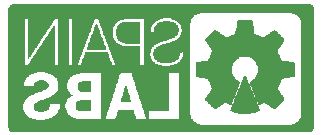
<source format=gbo>
%FSLAX44Y44*%
%MOMM*%
G71*
G01*
G75*
G04 Layer_Color=32896*
%ADD10R,1.3000X2.1000*%
%ADD11O,2.0000X1.0000*%
%ADD12O,4.0000X1.0000*%
%ADD13R,0.6500X0.9000*%
%ADD14R,2.0000X2.0000*%
%ADD15O,1.0000X3.0000*%
%ADD16R,0.9000X0.6500*%
%ADD17R,1.3000X0.9000*%
%ADD18O,1.0000X2.0000*%
%ADD19R,0.9000X1.3000*%
%ADD20R,1.9000X4.0000*%
%ADD21R,1.3000X4.5000*%
%ADD22R,0.6500X1.1000*%
%ADD23R,1.0000X1.0000*%
%ADD24R,0.6000X1.5000*%
%ADD25R,1.4000X0.6000*%
%ADD26P,2.0566X8X112.5*%
%ADD27R,1.3970X2.5400*%
%ADD28R,2.5400X1.1430*%
%ADD29C,0.3000*%
%ADD30C,0.6000*%
%ADD31C,0.4000*%
%ADD32C,0.5000*%
%ADD33C,0.2000*%
%ADD34C,3.0000*%
%ADD35R,1.5000X1.5000*%
%ADD36C,1.5000*%
%ADD37C,3.5000*%
%ADD38C,0.8000*%
%ADD39C,0.7000*%
%ADD40C,1.0000*%
%ADD41C,0.2500*%
%ADD42C,0.1000*%
%ADD43C,0.2540*%
%ADD44C,0.0127*%
%ADD45C,0.1500*%
%ADD46R,1.5032X2.3032*%
%ADD47O,2.2032X1.2032*%
%ADD48O,4.2032X1.2032*%
%ADD49R,0.8532X1.1032*%
%ADD50R,2.2032X2.2032*%
%ADD51O,1.2032X3.2032*%
%ADD52R,1.1032X0.8532*%
%ADD53R,1.5032X1.1032*%
%ADD54O,1.2032X2.2032*%
%ADD55R,1.1032X1.5032*%
%ADD56R,2.1032X4.2032*%
%ADD57R,1.5032X4.7032*%
%ADD58R,0.8532X1.3032*%
%ADD59R,1.2032X1.2032*%
%ADD60R,0.8032X1.7032*%
%ADD61R,1.6032X0.8032*%
%ADD62P,2.2765X8X112.5*%
%ADD63R,1.6002X2.7432*%
%ADD64R,2.7432X1.3462*%
%ADD65C,3.2032*%
%ADD66R,1.7032X1.7032*%
%ADD67C,1.7032*%
%ADD68C,3.7032*%
%ADD69C,0.0508*%
D69*
X508000Y172752D02*
X518160D01*
X368808Y162592D02*
X394716D01*
X262128Y127540D02*
X515620D01*
X261620Y128048D02*
X516128D01*
X261112Y128556D02*
X516636D01*
X260604Y129064D02*
X517144D01*
X260604Y129572D02*
X517144D01*
X260096Y130080D02*
X517652D01*
X260096Y130588D02*
X517652D01*
X259588Y131096D02*
X518160D01*
X259588Y131604D02*
X518160D01*
X259588Y132112D02*
X518160D01*
X259588Y132620D02*
X518160D01*
X259588Y133128D02*
X518160D01*
X259588Y133636D02*
X421132D01*
X499872D02*
X518160D01*
X259588Y134144D02*
X419100D01*
X501904D02*
X518160D01*
X259588Y134652D02*
X418592D01*
X502412D02*
X518160D01*
X259588Y135160D02*
X417576D01*
X503428D02*
X518160D01*
X259588Y135668D02*
X416560D01*
X504444D02*
X518160D01*
X259588Y136176D02*
X416052D01*
X504952D02*
X518160D01*
X259588Y136684D02*
X415544D01*
X505460D02*
X518160D01*
X259588Y137192D02*
X415036D01*
X505968D02*
X518160D01*
X259588Y137700D02*
X282448D01*
X291084D02*
X415036D01*
X505968D02*
X518160D01*
X259588Y138208D02*
X280416D01*
X293116D02*
X318516D01*
X338328D02*
X341376D01*
X350520D02*
X367284D01*
X376936D02*
X377952D01*
X404368D02*
X414528D01*
X506476D02*
X518160D01*
X259588Y138716D02*
X278892D01*
X294640D02*
X315976D01*
X338328D02*
X341376D01*
X350520D02*
X367284D01*
X376428D02*
X377952D01*
X404368D02*
X414020D01*
X506984D02*
X518160D01*
X259588Y139224D02*
X277368D01*
X295656D02*
X314452D01*
X338328D02*
X341376D01*
X351028D02*
X366776D01*
X376428D02*
X377952D01*
X404368D02*
X414020D01*
X506984D02*
X518160D01*
X259588Y139732D02*
X276860D01*
X296672D02*
X313436D01*
X338328D02*
X341884D01*
X351028D02*
X366776D01*
X376428D02*
X377952D01*
X404368D02*
X413512D01*
X507492D02*
X518160D01*
X259588Y140240D02*
X275844D01*
X297688D02*
X312420D01*
X338328D02*
X341884D01*
X351028D02*
X366776D01*
X375920D02*
X377952D01*
X404368D02*
X413512D01*
X507492D02*
X518160D01*
X259588Y140748D02*
X275336D01*
X298704D02*
X311404D01*
X338328D02*
X341884D01*
X351536D02*
X366776D01*
X375920D02*
X377952D01*
X404368D02*
X413512D01*
X507492D02*
X518160D01*
X259588Y141256D02*
X274828D01*
X299212D02*
X310896D01*
X338328D02*
X342392D01*
X351536D02*
X366268D01*
X375920D02*
X377952D01*
X404368D02*
X413512D01*
X507492D02*
X518160D01*
X259588Y141764D02*
X274320D01*
X299720D02*
X310388D01*
X338328D02*
X342392D01*
X351536D02*
X366268D01*
X375412D02*
X377952D01*
X404368D02*
X413004D01*
X508000D02*
X518160D01*
X259588Y142272D02*
X273812D01*
X300228D02*
X309880D01*
X338328D02*
X342392D01*
X352044D02*
X366268D01*
X375412D02*
X377952D01*
X404368D02*
X413004D01*
X508000D02*
X518160D01*
X259588Y142780D02*
X273304D01*
X300736D02*
X309372D01*
X338328D02*
X342392D01*
X352044D02*
X365760D01*
X375412D02*
X377952D01*
X404368D02*
X413004D01*
X508000D02*
X518160D01*
X259588Y143288D02*
X273304D01*
X301244D02*
X308864D01*
X338328D02*
X342900D01*
X352044D02*
X365760D01*
X374904D02*
X377952D01*
X404368D02*
X413004D01*
X454660D02*
X464820D01*
X508000D02*
X518160D01*
X259588Y143796D02*
X272796D01*
X301752D02*
X308864D01*
X338328D02*
X342900D01*
X352044D02*
X365760D01*
X374904D02*
X377952D01*
X404368D02*
X413004D01*
X452628D02*
X466852D01*
X508000D02*
X518160D01*
X259588Y144304D02*
X272796D01*
X301752D02*
X308356D01*
X338328D02*
X342900D01*
X352552D02*
X365760D01*
X374904D02*
X377952D01*
X404368D02*
X413004D01*
X450596D02*
X468884D01*
X508000D02*
X518160D01*
X259588Y144812D02*
X272288D01*
X284988D02*
X289052D01*
X302260D02*
X308356D01*
X338328D02*
X343408D01*
X352552D02*
X365252D01*
X374396D02*
X377952D01*
X404368D02*
X413004D01*
X449072D02*
X470408D01*
X508000D02*
X518160D01*
X259588Y145320D02*
X272288D01*
X282956D02*
X291084D01*
X302260D02*
X308356D01*
X320548D02*
X328676D01*
X338328D02*
X343408D01*
X352552D02*
X365252D01*
X374396D02*
X394716D01*
X404368D02*
X413004D01*
X447548D02*
X471932D01*
X508000D02*
X518160D01*
X259588Y145828D02*
X272288D01*
X282448D02*
X292100D01*
X302768D02*
X307848D01*
X319024D02*
X328676D01*
X338328D02*
X343408D01*
X374396D02*
X394716D01*
X404368D02*
X413004D01*
X447548D02*
X472440D01*
X508000D02*
X518160D01*
X259588Y146336D02*
X271780D01*
X281940D02*
X292608D01*
X302768D02*
X307848D01*
X318008D02*
X329184D01*
X338328D02*
X343916D01*
X373888D02*
X395224D01*
X404368D02*
X413004D01*
X448056D02*
X471932D01*
X508000D02*
X518160D01*
X259588Y146844D02*
X271780D01*
X281432D02*
X293116D01*
X302768D02*
X307848D01*
X317500D02*
X328676D01*
X338328D02*
X343916D01*
X373888D02*
X394716D01*
X404368D02*
X413004D01*
X448056D02*
X471932D01*
X508000D02*
X518160D01*
X259588Y147352D02*
X271780D01*
X281432D02*
X293624D01*
X303276D02*
X307848D01*
X317500D02*
X328676D01*
X338328D02*
X343916D01*
X373888D02*
X394716D01*
X404368D02*
X413004D01*
X433832D02*
X435356D01*
X448056D02*
X471424D01*
X484124D02*
X485648D01*
X508000D02*
X518160D01*
X259588Y147860D02*
X271780D01*
X281432D02*
X293624D01*
X303276D02*
X307340D01*
X316992D02*
X328676D01*
X338328D02*
X344424D01*
X373380D02*
X394716D01*
X404368D02*
X413004D01*
X433324D02*
X436372D01*
X448564D02*
X471424D01*
X483108D02*
X486156D01*
X508000D02*
X518160D01*
X259588Y148368D02*
X271780D01*
X281432D02*
X293624D01*
X303276D02*
X307340D01*
X316992D02*
X328676D01*
X338328D02*
X344424D01*
X373380D02*
X394716D01*
X404368D02*
X413004D01*
X432816D02*
X436880D01*
X448564D02*
X471424D01*
X482600D02*
X486664D01*
X508000D02*
X518160D01*
X259588Y148876D02*
X271780D01*
X281432D02*
X294132D01*
X303276D02*
X307340D01*
X316992D02*
X328676D01*
X338328D02*
X344424D01*
X373380D02*
X394716D01*
X404368D02*
X413004D01*
X432308D02*
X437896D01*
X449072D02*
X470916D01*
X482092D02*
X487172D01*
X508000D02*
X518160D01*
X259588Y149384D02*
X271780D01*
X281432D02*
X294132D01*
X303276D02*
X307340D01*
X316992D02*
X328676D01*
X338328D02*
X344932D01*
X373380D02*
X394716D01*
X404368D02*
X413004D01*
X431800D02*
X438404D01*
X449072D02*
X470916D01*
X481076D02*
X487680D01*
X508000D02*
X518160D01*
X259588Y149892D02*
X271780D01*
X281432D02*
X294132D01*
X303276D02*
X307340D01*
X316992D02*
X328676D01*
X338328D02*
X344932D01*
X372872D02*
X394716D01*
X404368D02*
X413004D01*
X431292D02*
X438912D01*
X449072D02*
X470408D01*
X480568D02*
X488188D01*
X508000D02*
X518160D01*
X259588Y150400D02*
X271780D01*
X281432D02*
X294132D01*
X303276D02*
X307340D01*
X316992D02*
X328676D01*
X338328D02*
X344932D01*
X372872D02*
X394716D01*
X404368D02*
X413004D01*
X430784D02*
X439928D01*
X449580D02*
X470408D01*
X479552D02*
X488696D01*
X508000D02*
X518160D01*
X259588Y150908D02*
X271780D01*
X281940D02*
X294640D01*
X303276D02*
X307340D01*
X316992D02*
X328676D01*
X338328D02*
X345440D01*
X372872D02*
X394716D01*
X404368D02*
X413004D01*
X430276D02*
X440436D01*
X446532D02*
X448056D01*
X449580D02*
X470408D01*
X471424D02*
X472948D01*
X479044D02*
X489204D01*
X508000D02*
X518160D01*
X259588Y151416D02*
X272288D01*
X282448D02*
X307848D01*
X316992D02*
X328676D01*
X338328D02*
X345440D01*
X372364D02*
X394716D01*
X404368D02*
X413004D01*
X429768D02*
X441452D01*
X445516D02*
X448056D01*
X450088D02*
X469900D01*
X471424D02*
X473964D01*
X478028D02*
X489712D01*
X508000D02*
X518160D01*
X259588Y151924D02*
X272288D01*
X282956D02*
X307848D01*
X317500D02*
X329184D01*
X338328D02*
X345440D01*
X372364D02*
X394716D01*
X404368D02*
X413004D01*
X429260D02*
X441960D01*
X445008D02*
X448564D01*
X450088D02*
X469900D01*
X470916D02*
X474472D01*
X477520D02*
X490220D01*
X508000D02*
X518160D01*
X259588Y152432D02*
X272288D01*
X283972D02*
X307848D01*
X317500D02*
X329184D01*
X338328D02*
X345948D01*
X372364D02*
X394716D01*
X404368D02*
X413004D01*
X428752D02*
X442976D01*
X443992D02*
X448564D01*
X450596D02*
X469392D01*
X470916D02*
X475488D01*
X476504D02*
X490728D01*
X508000D02*
X518160D01*
X259588Y152940D02*
X272796D01*
X284988D02*
X307848D01*
X318008D02*
X329184D01*
X338328D02*
X345948D01*
X355092D02*
X363220D01*
X371856D02*
X394716D01*
X404368D02*
X413004D01*
X428244D02*
X448564D01*
X450596D02*
X469392D01*
X470916D02*
X491236D01*
X508000D02*
X518160D01*
X259588Y153448D02*
X272796D01*
X286004D02*
X308356D01*
X319024D02*
X328676D01*
X338328D02*
X345948D01*
X355092D02*
X362712D01*
X371856D02*
X394716D01*
X404368D02*
X413004D01*
X427736D02*
X449072D01*
X450596D02*
X468884D01*
X470408D02*
X491744D01*
X508000D02*
X518160D01*
X259588Y153956D02*
X273304D01*
X287020D02*
X308356D01*
X320548D02*
X328676D01*
X338328D02*
X346456D01*
X355092D02*
X362712D01*
X371856D02*
X394716D01*
X404368D02*
X413004D01*
X427228D02*
X449072D01*
X451104D02*
X468884D01*
X470408D02*
X492252D01*
X508000D02*
X518160D01*
X259588Y154464D02*
X273304D01*
X288544D02*
X308864D01*
X338328D02*
X346456D01*
X355600D02*
X362712D01*
X371348D02*
X394716D01*
X404368D02*
X413004D01*
X426720D02*
X449580D01*
X451104D02*
X468884D01*
X469900D02*
X492760D01*
X508000D02*
X518160D01*
X259588Y154972D02*
X273812D01*
X290068D02*
X308864D01*
X338328D02*
X346456D01*
X355600D02*
X362204D01*
X371348D02*
X394716D01*
X404368D02*
X413004D01*
X426212D02*
X449580D01*
X451104D02*
X468376D01*
X469900D02*
X492760D01*
X508000D02*
X518160D01*
X259588Y155480D02*
X274320D01*
X291592D02*
X309372D01*
X338328D02*
X346964D01*
X355600D02*
X362204D01*
X371348D02*
X394716D01*
X404368D02*
X413004D01*
X426720D02*
X450088D01*
X451612D02*
X468376D01*
X469900D02*
X492760D01*
X508000D02*
X518160D01*
X259588Y155988D02*
X274828D01*
X293116D02*
X309880D01*
X338328D02*
X346964D01*
X355600D02*
X362204D01*
X370840D02*
X394716D01*
X404368D02*
X413004D01*
X426720D02*
X450088D01*
X451612D02*
X467868D01*
X469392D02*
X492760D01*
X508000D02*
X518160D01*
X259588Y156496D02*
X275336D01*
X294132D02*
X310388D01*
X338328D02*
X346964D01*
X356108D02*
X362204D01*
X370840D02*
X394716D01*
X404368D02*
X413004D01*
X427228D02*
X450088D01*
X452120D02*
X467868D01*
X469392D02*
X492252D01*
X508000D02*
X518160D01*
X259588Y157004D02*
X275844D01*
X295148D02*
X311404D01*
X338328D02*
X347472D01*
X356108D02*
X361696D01*
X370840D02*
X394716D01*
X404368D02*
X413004D01*
X427736D02*
X450596D01*
X452120D02*
X467360D01*
X468884D02*
X491744D01*
X508000D02*
X518160D01*
X259588Y157512D02*
X276860D01*
X296164D02*
X311912D01*
X338328D02*
X347472D01*
X356108D02*
X361696D01*
X370332D02*
X394716D01*
X404368D02*
X413004D01*
X428244D02*
X450596D01*
X452120D02*
X467360D01*
X468884D02*
X491236D01*
X508000D02*
X518160D01*
X259588Y158020D02*
X277368D01*
X297180D02*
X313436D01*
X338328D02*
X347472D01*
X356616D02*
X361696D01*
X370332D02*
X394716D01*
X404368D02*
X413004D01*
X428244D02*
X451104D01*
X452628D02*
X467360D01*
X468884D02*
X491236D01*
X508000D02*
X518160D01*
X259588Y158528D02*
X278384D01*
X297688D02*
X313436D01*
X338328D02*
X347980D01*
X356616D02*
X361188D01*
X370332D02*
X394716D01*
X404368D02*
X413004D01*
X428752D02*
X451104D01*
X452628D02*
X466852D01*
X468376D02*
X490728D01*
X508000D02*
X518160D01*
X259588Y159036D02*
X279400D01*
X298704D02*
X312420D01*
X338328D02*
X347980D01*
X356616D02*
X361188D01*
X369824D02*
X394716D01*
X404368D02*
X413004D01*
X429260D02*
X451104D01*
X453136D02*
X466852D01*
X468376D02*
X490220D01*
X508000D02*
X518160D01*
X259588Y159544D02*
X280416D01*
X299212D02*
X311912D01*
X338328D02*
X347980D01*
X356616D02*
X361188D01*
X369824D02*
X394716D01*
X404368D02*
X413004D01*
X429260D02*
X451612D01*
X453136D02*
X466344D01*
X467868D02*
X490220D01*
X508000D02*
X518160D01*
X259588Y160052D02*
X281940D01*
X299720D02*
X311404D01*
X338328D02*
X348488D01*
X357124D02*
X361188D01*
X369824D02*
X394716D01*
X404368D02*
X413004D01*
X429768D02*
X451612D01*
X453644D02*
X466344D01*
X467868D02*
X489712D01*
X508000D02*
X518160D01*
X259588Y160560D02*
X282956D01*
X300228D02*
X310896D01*
X338328D02*
X348488D01*
X357124D02*
X360680D01*
X369316D02*
X394716D01*
X404368D02*
X413004D01*
X430276D02*
X452120D01*
X453644D02*
X466344D01*
X467360D02*
X489204D01*
X508000D02*
X518160D01*
X259588Y161068D02*
X284480D01*
X300736D02*
X310388D01*
X338328D02*
X348488D01*
X357124D02*
X360680D01*
X369316D02*
X394716D01*
X404368D02*
X413004D01*
X430276D02*
X452120D01*
X453644D02*
X465836D01*
X467360D02*
X489204D01*
X508000D02*
X518160D01*
X259588Y161576D02*
X286004D01*
X301244D02*
X310388D01*
X322580D02*
X328676D01*
X338328D02*
X348488D01*
X357632D02*
X360680D01*
X369316D02*
X394716D01*
X404368D02*
X413004D01*
X430784D02*
X452120D01*
X454152D02*
X465836D01*
X467360D02*
X488696D01*
X508000D02*
X518160D01*
X259588Y162084D02*
X287528D01*
X301244D02*
X309880D01*
X320548D02*
X328676D01*
X338328D02*
X348996D01*
X357632D02*
X360172D01*
X368808D02*
X394716D01*
X404368D02*
X413004D01*
X431292D02*
X452628D01*
X454152D02*
X465328D01*
X466852D02*
X488188D01*
X508000D02*
X518160D01*
X259588Y162592D02*
X288544D01*
X301752D02*
X309372D01*
X319532D02*
X329184D01*
X338328D02*
X348996D01*
X357632D02*
X360172D01*
X404368D02*
X413004D01*
X431292D02*
X452628D01*
X454152D02*
X465328D01*
X466852D02*
X488188D01*
X508000D02*
X518160D01*
X259588Y163100D02*
X290068D01*
X301752D02*
X309372D01*
X319024D02*
X328676D01*
X338328D02*
X348996D01*
X357632D02*
X360172D01*
X368808D02*
X394716D01*
X404368D02*
X413004D01*
X431800D02*
X453136D01*
X454660D02*
X464820D01*
X466344D02*
X487680D01*
X508000D02*
X518160D01*
X259588Y163608D02*
X290576D01*
X301752D02*
X309372D01*
X319024D02*
X328676D01*
X338328D02*
X349504D01*
X358140D02*
X360172D01*
X368300D02*
X394716D01*
X404368D02*
X413004D01*
X432308D02*
X453136D01*
X454660D02*
X464820D01*
X466344D02*
X487172D01*
X508000D02*
X518160D01*
X259588Y164116D02*
X291592D01*
X302260D02*
X308864D01*
X318516D02*
X328676D01*
X338328D02*
X349504D01*
X358140D02*
X359664D01*
X368300D02*
X394716D01*
X404368D02*
X413004D01*
X432308D02*
X453644D01*
X455168D02*
X464820D01*
X466344D02*
X487172D01*
X508000D02*
X518160D01*
X259588Y164624D02*
X292100D01*
X302260D02*
X308864D01*
X318516D02*
X328676D01*
X338328D02*
X349504D01*
X358140D02*
X359664D01*
X368300D02*
X394716D01*
X404368D02*
X413004D01*
X432308D02*
X453644D01*
X455168D02*
X464312D01*
X465836D02*
X487172D01*
X508000D02*
X518160D01*
X259588Y165132D02*
X292608D01*
X302260D02*
X308864D01*
X318516D02*
X328676D01*
X338328D02*
X350012D01*
X358648D02*
X359664D01*
X367792D02*
X394716D01*
X404368D02*
X413004D01*
X431800D02*
X453644D01*
X455676D02*
X464312D01*
X465836D02*
X487680D01*
X508000D02*
X518160D01*
X259588Y165640D02*
X292608D01*
X302260D02*
X308864D01*
X318516D02*
X328676D01*
X338328D02*
X350012D01*
X358648D02*
X359156D01*
X367792D02*
X394716D01*
X404368D02*
X413004D01*
X431800D02*
X454152D01*
X455676D02*
X463804D01*
X465328D02*
X487680D01*
X508000D02*
X518160D01*
X259588Y166148D02*
X271780D01*
X281432D02*
X293116D01*
X302260D02*
X308864D01*
X318516D02*
X328676D01*
X338328D02*
X350012D01*
X358648D02*
X359156D01*
X367792D02*
X394716D01*
X404368D02*
X413004D01*
X431292D02*
X454152D01*
X455676D02*
X463804D01*
X465328D02*
X488188D01*
X508000D02*
X518160D01*
X259588Y166656D02*
X271780D01*
X281432D02*
X293116D01*
X302260D02*
X308864D01*
X318516D02*
X328676D01*
X338328D02*
X350520D01*
X367792D02*
X394716D01*
X404368D02*
X413004D01*
X431292D02*
X454660D01*
X456184D02*
X463804D01*
X464820D02*
X488188D01*
X508000D02*
X518160D01*
X259588Y167164D02*
X272288D01*
X281432D02*
X293116D01*
X302260D02*
X308864D01*
X318516D02*
X328676D01*
X338328D02*
X350520D01*
X367284D02*
X394716D01*
X404368D02*
X413004D01*
X431292D02*
X454660D01*
X456184D02*
X463296D01*
X464820D02*
X488188D01*
X508000D02*
X518160D01*
X259588Y167672D02*
X272288D01*
X281432D02*
X293116D01*
X302260D02*
X308864D01*
X318516D02*
X328676D01*
X338328D02*
X350520D01*
X367284D02*
X394716D01*
X404368D02*
X413004D01*
X430784D02*
X454660D01*
X456692D02*
X463296D01*
X464820D02*
X488696D01*
X508000D02*
X518160D01*
X259588Y168180D02*
X272288D01*
X281940D02*
X292608D01*
X302260D02*
X308864D01*
X319024D02*
X329184D01*
X338328D02*
X351028D01*
X367284D02*
X394716D01*
X404368D02*
X413004D01*
X430784D02*
X455168D01*
X456692D02*
X462788D01*
X464312D02*
X488696D01*
X508000D02*
X518160D01*
X259588Y168688D02*
X272288D01*
X281940D02*
X292608D01*
X302260D02*
X308864D01*
X319024D02*
X329184D01*
X338328D02*
X351028D01*
X366776D02*
X394716D01*
X404368D02*
X413004D01*
X430784D02*
X455168D01*
X457200D02*
X462788D01*
X464312D02*
X489204D01*
X508000D02*
X518160D01*
X259588Y169196D02*
X272288D01*
X282448D02*
X292100D01*
X302260D02*
X308864D01*
X319532D02*
X329184D01*
X338328D02*
X351028D01*
X366776D02*
X394716D01*
X404368D02*
X413004D01*
X430276D02*
X455168D01*
X457200D02*
X462280D01*
X464312D02*
X489204D01*
X508000D02*
X518160D01*
X259588Y169704D02*
X272288D01*
X282956D02*
X291592D01*
X301752D02*
X309372D01*
X320548D02*
X328676D01*
X338328D02*
X351536D01*
X366776D02*
X394716D01*
X404368D02*
X413004D01*
X430276D02*
X454660D01*
X457200D02*
X462280D01*
X464820D02*
X489712D01*
X508000D02*
X518160D01*
X259588Y170212D02*
X272796D01*
X283972D02*
X290576D01*
X301752D02*
X309372D01*
X322580D02*
X328676D01*
X338328D02*
X351536D01*
X366268D02*
X394716D01*
X404368D02*
X413004D01*
X429768D02*
X454152D01*
X457708D02*
X462280D01*
X465328D02*
X489712D01*
X508000D02*
X518160D01*
X259588Y170720D02*
X272796D01*
X285496D02*
X289052D01*
X301752D02*
X309372D01*
X338328D02*
X351536D01*
X366268D02*
X394716D01*
X404368D02*
X413004D01*
X429768D02*
X453136D01*
X457708D02*
X461772D01*
X466344D02*
X489712D01*
X508000D02*
X518160D01*
X259588Y171228D02*
X273304D01*
X301244D02*
X309880D01*
X338328D02*
X352044D01*
X366268D02*
X394716D01*
X404368D02*
X413004D01*
X429260D02*
X452628D01*
X457708D02*
X461772D01*
X466852D02*
X490220D01*
X508000D02*
X518160D01*
X259588Y171736D02*
X273304D01*
X301244D02*
X309880D01*
X338328D02*
X352044D01*
X365760D02*
X394716D01*
X404368D02*
X413004D01*
X429260D02*
X452120D01*
X458216D02*
X461264D01*
X467360D02*
X490220D01*
X508000D02*
X518160D01*
X259588Y172244D02*
X273812D01*
X300736D02*
X310388D01*
X338328D02*
X352044D01*
X365760D02*
X394716D01*
X404368D02*
X413004D01*
X428752D02*
X451612D01*
X458216D02*
X461264D01*
X467868D02*
X490728D01*
X508000D02*
X518160D01*
X259588Y172752D02*
X274320D01*
X300736D02*
X310896D01*
X338328D02*
X352552D01*
X365760D02*
X394716D01*
X404368D02*
X413004D01*
X426720D02*
X451104D01*
X458724D02*
X460756D01*
X468376D02*
X492760D01*
X259588Y173260D02*
X274320D01*
X300228D02*
X310896D01*
X338328D02*
X352552D01*
X365252D02*
X394716D01*
X404368D02*
X413004D01*
X424180D02*
X450596D01*
X458724D02*
X460756D01*
X468884D02*
X495300D01*
X508000D02*
X518160D01*
X259588Y173768D02*
X274828D01*
X299720D02*
X311404D01*
X338328D02*
X352552D01*
X365252D02*
X394716D01*
X404368D02*
X413004D01*
X421640D02*
X450088D01*
X458724D02*
X460756D01*
X469392D02*
X497840D01*
X508000D02*
X518160D01*
X259588Y174276D02*
X275336D01*
X299212D02*
X312420D01*
X338328D02*
X353060D01*
X365252D02*
X394716D01*
X404368D02*
X413004D01*
X419100D02*
X450088D01*
X459232D02*
X460248D01*
X469392D02*
X500380D01*
X508000D02*
X518160D01*
X259588Y174784D02*
X276352D01*
X298196D02*
X312928D01*
X338328D02*
X353060D01*
X364744D02*
X394716D01*
X404368D02*
X413004D01*
X418592D02*
X449580D01*
X459232D02*
X460248D01*
X469900D02*
X501396D01*
X508000D02*
X518160D01*
X259588Y175292D02*
X276860D01*
X297688D02*
X313944D01*
X338328D02*
X353060D01*
X364744D02*
X394716D01*
X404368D02*
X413004D01*
X418592D02*
X449580D01*
X469900D02*
X501396D01*
X508000D02*
X518160D01*
X259588Y175800D02*
X277368D01*
X297180D02*
X314960D01*
X338328D02*
X353568D01*
X364744D02*
X395224D01*
X404368D02*
X413004D01*
X418592D02*
X449072D01*
X470408D02*
X501396D01*
X508000D02*
X518160D01*
X259588Y176308D02*
X278384D01*
X296164D02*
X315976D01*
X338328D02*
X353568D01*
X364236D02*
X394716D01*
X404368D02*
X413004D01*
X418592D02*
X449072D01*
X470408D02*
X501396D01*
X508000D02*
X518160D01*
X259588Y176816D02*
X279400D01*
X294640D02*
X317500D01*
X338328D02*
X353568D01*
X364236D02*
X395224D01*
X404368D02*
X413004D01*
X418592D02*
X448564D01*
X470408D02*
X501396D01*
X508000D02*
X518160D01*
X259588Y177324D02*
X280924D01*
X293116D02*
X319532D01*
X338328D02*
X354076D01*
X364236D02*
X394716D01*
X404368D02*
X413004D01*
X418592D02*
X448564D01*
X470916D02*
X501396D01*
X508000D02*
X518160D01*
X259588Y177832D02*
X282956D01*
X291084D02*
X413004D01*
X418592D02*
X448564D01*
X470916D02*
X501396D01*
X508000D02*
X518160D01*
X259588Y178340D02*
X413004D01*
X418592D02*
X448564D01*
X470916D02*
X501396D01*
X508000D02*
X518160D01*
X259588Y178848D02*
X413004D01*
X418592D02*
X448564D01*
X470916D02*
X501396D01*
X508000D02*
X518160D01*
X259588Y179356D02*
X413004D01*
X418592D02*
X448564D01*
X471424D02*
X501396D01*
X508000D02*
X518160D01*
X259588Y179864D02*
X413004D01*
X418592D02*
X448056D01*
X471424D02*
X501396D01*
X508000D02*
X518160D01*
X259588Y180372D02*
X413004D01*
X418592D02*
X448056D01*
X471424D02*
X501396D01*
X508000D02*
X518160D01*
X259588Y180880D02*
X413004D01*
X418592D02*
X448056D01*
X471424D02*
X501396D01*
X508000D02*
X518160D01*
X259588Y181388D02*
X413004D01*
X418592D02*
X448564D01*
X470916D02*
X501396D01*
X508000D02*
X518160D01*
X259588Y181896D02*
X413004D01*
X418592D02*
X448564D01*
X470916D02*
X501396D01*
X508000D02*
X518160D01*
X259588Y182404D02*
X413004D01*
X418592D02*
X448564D01*
X470916D02*
X501396D01*
X508000D02*
X518160D01*
X259588Y182912D02*
X413004D01*
X418592D02*
X448564D01*
X470916D02*
X501396D01*
X508000D02*
X518160D01*
X259588Y183420D02*
X389128D01*
X396748D02*
X413004D01*
X418592D02*
X448564D01*
X470916D02*
X501396D01*
X508000D02*
X518160D01*
X259588Y183928D02*
X272796D01*
X276352D02*
X298704D01*
X302260D02*
X310388D01*
X313944D02*
X317500D01*
X321056D02*
X346964D01*
X350520D02*
X370840D01*
X374396D02*
X387096D01*
X398780D02*
X413004D01*
X418592D02*
X449072D01*
X470408D02*
X501396D01*
X508000D02*
X518160D01*
X259588Y184436D02*
X272796D01*
X276860D02*
X298704D01*
X302260D02*
X310388D01*
X313436D02*
X317500D01*
X321056D02*
X346964D01*
X350520D02*
X370840D01*
X374396D02*
X385572D01*
X400304D02*
X413004D01*
X418592D02*
X449072D01*
X470408D02*
X501396D01*
X508000D02*
X518160D01*
X259588Y184944D02*
X272796D01*
X276860D02*
X298704D01*
X302260D02*
X310388D01*
X313944D02*
X318008D01*
X321564D02*
X346964D01*
X350520D02*
X370840D01*
X374396D02*
X384556D01*
X401828D02*
X413004D01*
X418592D02*
X449580D01*
X469900D02*
X501396D01*
X508000D02*
X518160D01*
X259588Y185452D02*
X272796D01*
X277368D02*
X298704D01*
X302260D02*
X310388D01*
X313944D02*
X318008D01*
X321564D02*
X346456D01*
X350012D02*
X370840D01*
X374396D02*
X383540D01*
X402336D02*
X413004D01*
X418592D02*
X449580D01*
X469900D02*
X501396D01*
X508000D02*
X518160D01*
X259588Y185960D02*
X272796D01*
X277876D02*
X298704D01*
X302260D02*
X310388D01*
X313436D02*
X318516D01*
X322072D02*
X346456D01*
X350012D02*
X370840D01*
X374396D02*
X383032D01*
X390652D02*
X395224D01*
X403352D02*
X413004D01*
X418592D02*
X450088D01*
X469392D02*
X500888D01*
X508000D02*
X518160D01*
X259588Y186468D02*
X272796D01*
X277876D02*
X298704D01*
X302260D02*
X310388D01*
X313944D02*
X318516D01*
X322072D02*
X345948D01*
X349504D02*
X370840D01*
X374396D02*
X382524D01*
X388112D02*
X397764D01*
X403860D02*
X413004D01*
X420624D02*
X450088D01*
X469392D02*
X498856D01*
X508000D02*
X518160D01*
X259588Y186976D02*
X272796D01*
X278384D02*
X298704D01*
X302260D02*
X310388D01*
X313944D02*
X318516D01*
X322072D02*
X345948D01*
X349504D02*
X370840D01*
X374396D02*
X381508D01*
X387096D02*
X399288D01*
X404876D02*
X413004D01*
X423164D02*
X450596D01*
X468884D02*
X496316D01*
X508000D02*
X518160D01*
X259588Y187484D02*
X272796D01*
X278892D02*
X298704D01*
X302260D02*
X310388D01*
X313944D02*
X319024D01*
X322580D02*
X345948D01*
X349504D02*
X370840D01*
X374396D02*
X381000D01*
X386080D02*
X400304D01*
X405384D02*
X413004D01*
X426212D02*
X451104D01*
X468376D02*
X493268D01*
X508000D02*
X518160D01*
X259588Y187992D02*
X272796D01*
X278892D02*
X298704D01*
X302260D02*
X310388D01*
X313944D02*
X319024D01*
X322580D02*
X345440D01*
X348996D02*
X370840D01*
X374396D02*
X381000D01*
X385572D02*
X400812D01*
X405384D02*
X413004D01*
X428752D02*
X451612D01*
X467868D02*
X490728D01*
X508000D02*
X518160D01*
X259588Y188500D02*
X272796D01*
X279400D02*
X298704D01*
X302260D02*
X310388D01*
X313944D02*
X319024D01*
X322580D02*
X345440D01*
X348996D02*
X370840D01*
X374396D02*
X380492D01*
X384556D02*
X401828D01*
X405892D02*
X413004D01*
X429260D02*
X452120D01*
X467360D02*
X490220D01*
X508000D02*
X518160D01*
X259588Y189008D02*
X272796D01*
X279908D02*
X298704D01*
X302260D02*
X310388D01*
X313944D02*
X319532D01*
X323088D02*
X345440D01*
X348488D02*
X370840D01*
X374396D02*
X379984D01*
X384048D02*
X402336D01*
X406400D02*
X413004D01*
X429768D02*
X452628D01*
X466852D02*
X489712D01*
X508000D02*
X518160D01*
X259588Y189516D02*
X272796D01*
X279908D02*
X298704D01*
X302260D02*
X310388D01*
X313944D02*
X319532D01*
X323088D02*
X344932D01*
X348488D02*
X370840D01*
X374396D02*
X379984D01*
X384048D02*
X402844D01*
X406908D02*
X413004D01*
X429768D02*
X453136D01*
X466344D02*
X489712D01*
X508000D02*
X518160D01*
X259588Y190024D02*
X272796D01*
X276352D02*
X276860D01*
X280416D02*
X298704D01*
X302260D02*
X310388D01*
X313944D02*
X320040D01*
X323088D02*
X344932D01*
X348488D02*
X370840D01*
X374396D02*
X379984D01*
X383540D02*
X403352D01*
X406908D02*
X413004D01*
X430276D02*
X454152D01*
X465836D02*
X489204D01*
X508000D02*
X518160D01*
X259588Y190532D02*
X272796D01*
X276352D02*
X276860D01*
X280924D02*
X298704D01*
X302260D02*
X310388D01*
X313944D02*
X320040D01*
X323596D02*
X344424D01*
X347980D02*
X370840D01*
X374396D02*
X379476D01*
X383032D02*
X403352D01*
X406908D02*
X413004D01*
X430276D02*
X454660D01*
X464820D02*
X489204D01*
X508000D02*
X518160D01*
X259588Y191040D02*
X272796D01*
X276352D02*
X277368D01*
X280924D02*
X298704D01*
X302260D02*
X310388D01*
X313944D02*
X320040D01*
X323596D02*
X344424D01*
X347980D02*
X370840D01*
X374396D02*
X379476D01*
X383032D02*
X403860D01*
X407416D02*
X413004D01*
X430784D02*
X456184D01*
X463296D02*
X489204D01*
X508000D02*
X518160D01*
X259588Y191548D02*
X272796D01*
X276352D02*
X277876D01*
X281432D02*
X298704D01*
X302260D02*
X310388D01*
X313944D02*
X320548D01*
X324104D02*
X344424D01*
X347980D02*
X370840D01*
X374396D02*
X379476D01*
X383032D02*
X403860D01*
X407416D02*
X413004D01*
X430784D02*
X488696D01*
X508000D02*
X518160D01*
X259588Y192056D02*
X272796D01*
X276352D02*
X277876D01*
X281940D02*
X298704D01*
X302260D02*
X310388D01*
X313944D02*
X320548D01*
X324104D02*
X343916D01*
X347472D02*
X370840D01*
X374396D02*
X378968D01*
X382524D02*
X404368D01*
X407416D02*
X413004D01*
X430784D02*
X488696D01*
X508000D02*
X518160D01*
X259588Y192564D02*
X272796D01*
X276352D02*
X278384D01*
X281940D02*
X298704D01*
X302260D02*
X310388D01*
X313944D02*
X320548D01*
X324104D02*
X343916D01*
X347472D02*
X370840D01*
X374396D02*
X378968D01*
X382524D02*
X404368D01*
X407924D02*
X413004D01*
X431292D02*
X488188D01*
X508000D02*
X518160D01*
X259588Y193072D02*
X272796D01*
X276352D02*
X278892D01*
X282448D02*
X298704D01*
X302260D02*
X310388D01*
X313944D02*
X321056D01*
X324612D02*
X343916D01*
X346964D02*
X370840D01*
X374396D02*
X378968D01*
X382524D02*
X404368D01*
X407924D02*
X413004D01*
X431292D02*
X488188D01*
X508000D02*
X518160D01*
X259588Y193580D02*
X272796D01*
X276352D02*
X278892D01*
X282956D02*
X298704D01*
X302260D02*
X310388D01*
X313944D02*
X321056D01*
X324612D02*
X343408D01*
X346964D02*
X370840D01*
X374396D02*
X378968D01*
X382524D02*
X404368D01*
X407924D02*
X413004D01*
X431800D02*
X487680D01*
X508000D02*
X518160D01*
X259588Y194088D02*
X272796D01*
X276352D02*
X279400D01*
X282956D02*
X298704D01*
X302260D02*
X310388D01*
X313944D02*
X321564D01*
X324612D02*
X343408D01*
X346964D02*
X370840D01*
X374396D02*
X378968D01*
X382524D02*
X404368D01*
X407924D02*
X413004D01*
X431800D02*
X487680D01*
X508000D02*
X518160D01*
X259588Y194596D02*
X272796D01*
X276352D02*
X279908D01*
X283464D02*
X298704D01*
X302260D02*
X310388D01*
X313944D02*
X321564D01*
X325120D02*
X343408D01*
X346456D02*
X370840D01*
X374396D02*
X378968D01*
X382524D02*
X404368D01*
X407924D02*
X413004D01*
X431800D02*
X487172D01*
X508000D02*
X518160D01*
X259588Y195104D02*
X272796D01*
X276352D02*
X279908D01*
X283972D02*
X298704D01*
X302260D02*
X310388D01*
X313944D02*
X321564D01*
X346456D02*
X370840D01*
X374396D02*
X379476D01*
X383032D02*
X404876D01*
X405384D02*
X405892D01*
X407416D02*
X413004D01*
X432308D02*
X487172D01*
X508000D02*
X518160D01*
X259588Y195612D02*
X272796D01*
X276352D02*
X280416D01*
X283972D02*
X298704D01*
X302260D02*
X310388D01*
X313944D02*
X322072D01*
X345948D02*
X370840D01*
X374396D02*
X379476D01*
X383032D02*
X413004D01*
X432308D02*
X487172D01*
X508000D02*
X518160D01*
X259588Y196120D02*
X272796D01*
X276352D02*
X280924D01*
X284480D02*
X298704D01*
X302260D02*
X310388D01*
X313944D02*
X322072D01*
X345948D02*
X370840D01*
X374396D02*
X379476D01*
X383032D02*
X413004D01*
X432308D02*
X486664D01*
X508000D02*
X518160D01*
X259588Y196628D02*
X272796D01*
X276352D02*
X280924D01*
X284988D02*
X298704D01*
X302260D02*
X310388D01*
X313944D02*
X322072D01*
X345948D02*
X370840D01*
X374396D02*
X379476D01*
X383540D02*
X413004D01*
X432308D02*
X487172D01*
X508000D02*
X518160D01*
X259588Y197136D02*
X272796D01*
X276352D02*
X281432D01*
X284988D02*
X298704D01*
X302260D02*
X310388D01*
X313944D02*
X322580D01*
X345440D02*
X370840D01*
X374396D02*
X379984D01*
X383540D02*
X413004D01*
X431800D02*
X487680D01*
X508000D02*
X518160D01*
X259588Y197644D02*
X272796D01*
X276352D02*
X281940D01*
X285496D02*
X298704D01*
X302260D02*
X310388D01*
X313944D02*
X322580D01*
X326136D02*
X341884D01*
X345440D02*
X370840D01*
X374396D02*
X379984D01*
X384048D02*
X413004D01*
X431800D02*
X487680D01*
X508000D02*
X518160D01*
X259588Y198152D02*
X272796D01*
X276352D02*
X281940D01*
X286004D02*
X298704D01*
X302260D02*
X310388D01*
X313944D02*
X323088D01*
X326644D02*
X341884D01*
X345440D02*
X370840D01*
X374396D02*
X380492D01*
X384556D02*
X413004D01*
X431292D02*
X488188D01*
X508000D02*
X518160D01*
X259588Y198660D02*
X272796D01*
X276352D02*
X282448D01*
X286004D02*
X298704D01*
X302260D02*
X310388D01*
X313944D02*
X323088D01*
X326644D02*
X341376D01*
X344932D02*
X370840D01*
X374396D02*
X380492D01*
X385064D02*
X413004D01*
X430784D02*
X488696D01*
X508000D02*
X518160D01*
X259588Y199168D02*
X272796D01*
X276352D02*
X282956D01*
X286512D02*
X298704D01*
X302260D02*
X310388D01*
X313944D02*
X323088D01*
X326644D02*
X341376D01*
X344932D02*
X370840D01*
X374396D02*
X381000D01*
X385572D02*
X413004D01*
X430784D02*
X488696D01*
X508000D02*
X518160D01*
X259588Y199676D02*
X272796D01*
X276352D02*
X282956D01*
X287020D02*
X298704D01*
X302260D02*
X310388D01*
X313944D02*
X323596D01*
X327152D02*
X341376D01*
X344424D02*
X370840D01*
X374396D02*
X381508D01*
X386588D02*
X413004D01*
X430276D02*
X489204D01*
X508000D02*
X518160D01*
X259588Y200184D02*
X272796D01*
X276352D02*
X283464D01*
X287020D02*
X298704D01*
X302260D02*
X310388D01*
X313944D02*
X323596D01*
X327152D02*
X340868D01*
X344424D02*
X356616D01*
X374396D02*
X382016D01*
X387604D02*
X413004D01*
X429768D02*
X489712D01*
X508000D02*
X518160D01*
X259588Y200692D02*
X272796D01*
X276352D02*
X283972D01*
X287528D02*
X298704D01*
X302260D02*
X310388D01*
X313944D02*
X323596D01*
X327152D02*
X340868D01*
X344424D02*
X355092D01*
X374396D02*
X382524D01*
X388620D02*
X413004D01*
X429768D02*
X489712D01*
X508000D02*
X518160D01*
X259588Y201200D02*
X272796D01*
X276352D02*
X283972D01*
X288036D02*
X298704D01*
X302260D02*
X310388D01*
X313944D02*
X324104D01*
X327660D02*
X340360D01*
X343916D02*
X353568D01*
X374396D02*
X383540D01*
X390144D02*
X413004D01*
X429260D02*
X490220D01*
X508000D02*
X518160D01*
X259588Y201708D02*
X272796D01*
X276352D02*
X284480D01*
X288036D02*
X298704D01*
X302260D02*
X310388D01*
X313944D02*
X324104D01*
X327660D02*
X340360D01*
X343916D02*
X352552D01*
X374396D02*
X384048D01*
X391668D02*
X413004D01*
X428752D02*
X490728D01*
X508000D02*
X518160D01*
X259588Y202216D02*
X272796D01*
X276352D02*
X284988D01*
X288544D02*
X298704D01*
X302260D02*
X310388D01*
X313944D02*
X324612D01*
X327660D02*
X340360D01*
X343916D02*
X352044D01*
X374396D02*
X385064D01*
X393192D02*
X413004D01*
X428752D02*
X491236D01*
X508000D02*
X518160D01*
X259588Y202724D02*
X272796D01*
X276352D02*
X284988D01*
X289052D02*
X298704D01*
X302260D02*
X310388D01*
X313944D02*
X324612D01*
X328168D02*
X339852D01*
X343408D02*
X351028D01*
X358648D02*
X370840D01*
X374396D02*
X386080D01*
X395224D02*
X413004D01*
X428244D02*
X491236D01*
X508000D02*
X518160D01*
X259588Y203232D02*
X272796D01*
X276352D02*
X285496D01*
X289052D02*
X298704D01*
X302260D02*
X310388D01*
X313944D02*
X324612D01*
X328168D02*
X339852D01*
X343408D02*
X350520D01*
X356108D02*
X370840D01*
X374396D02*
X387096D01*
X396748D02*
X413004D01*
X427736D02*
X491744D01*
X508000D02*
X518160D01*
X259588Y203740D02*
X272796D01*
X276352D02*
X286004D01*
X289560D02*
X298704D01*
X302260D02*
X310388D01*
X313944D02*
X325120D01*
X328676D02*
X339852D01*
X342900D02*
X350012D01*
X355092D02*
X370840D01*
X374396D02*
X388620D01*
X398272D02*
X413004D01*
X427228D02*
X492252D01*
X508000D02*
X518160D01*
X259588Y204248D02*
X272796D01*
X276352D02*
X286004D01*
X290068D02*
X298704D01*
X302260D02*
X310388D01*
X313944D02*
X325120D01*
X328676D02*
X339344D01*
X342900D02*
X350012D01*
X354076D02*
X370840D01*
X374396D02*
X389636D01*
X399288D02*
X413004D01*
X427228D02*
X492252D01*
X508000D02*
X518160D01*
X259588Y204756D02*
X272796D01*
X276352D02*
X286512D01*
X290068D02*
X298704D01*
X302260D02*
X310388D01*
X313944D02*
X325628D01*
X328676D02*
X339344D01*
X342900D02*
X349504D01*
X353568D02*
X370840D01*
X374396D02*
X391668D01*
X400812D02*
X413004D01*
X426720D02*
X492760D01*
X508000D02*
X518160D01*
X259588Y205264D02*
X272796D01*
X276352D02*
X287020D01*
X290576D02*
X298704D01*
X302260D02*
X310388D01*
X313944D02*
X325628D01*
X329184D02*
X339344D01*
X342392D02*
X348996D01*
X353060D02*
X370840D01*
X374396D02*
X393700D01*
X401320D02*
X413004D01*
X426212D02*
X492760D01*
X508000D02*
X518160D01*
X259588Y205772D02*
X272796D01*
X276352D02*
X287020D01*
X291084D02*
X298704D01*
X302260D02*
X310388D01*
X313944D02*
X325628D01*
X329184D02*
X338836D01*
X342392D02*
X348488D01*
X352552D02*
X370840D01*
X374396D02*
X395224D01*
X402336D02*
X413004D01*
X426720D02*
X492760D01*
X508000D02*
X518160D01*
X259588Y206280D02*
X272796D01*
X276352D02*
X287528D01*
X291084D02*
X298704D01*
X302260D02*
X310388D01*
X313944D02*
X326136D01*
X329184D02*
X338836D01*
X342392D02*
X348488D01*
X352552D02*
X370840D01*
X374396D02*
X396748D01*
X403352D02*
X413004D01*
X427228D02*
X492252D01*
X508000D02*
X518160D01*
X259588Y206788D02*
X272796D01*
X276352D02*
X287528D01*
X291592D02*
X298704D01*
X302260D02*
X310388D01*
X313944D02*
X326136D01*
X329692D02*
X338328D01*
X341884D02*
X348488D01*
X352044D02*
X370840D01*
X374396D02*
X397764D01*
X403860D02*
X413004D01*
X427736D02*
X491744D01*
X508000D02*
X518160D01*
X259588Y207296D02*
X272796D01*
X276352D02*
X288036D01*
X292100D02*
X298704D01*
X302260D02*
X310388D01*
X313944D02*
X326136D01*
X329692D02*
X338328D01*
X341884D02*
X347980D01*
X351536D02*
X370840D01*
X374396D02*
X398780D01*
X404368D02*
X413004D01*
X428244D02*
X443992D01*
X444500D02*
X491236D01*
X508000D02*
X518160D01*
X259588Y207804D02*
X272796D01*
X276352D02*
X288544D01*
X292100D02*
X298704D01*
X302260D02*
X310388D01*
X313944D02*
X326644D01*
X329692D02*
X338328D01*
X341376D02*
X347980D01*
X351536D02*
X370840D01*
X374396D02*
X399796D01*
X404876D02*
X413004D01*
X428752D02*
X442976D01*
X445516D02*
X473964D01*
X476504D02*
X490728D01*
X508000D02*
X518160D01*
X259588Y208312D02*
X272796D01*
X276352D02*
X288544D01*
X292608D02*
X298704D01*
X302260D02*
X310388D01*
X313944D02*
X326644D01*
X330200D02*
X337820D01*
X341376D02*
X347980D01*
X351536D02*
X370840D01*
X374396D02*
X400304D01*
X405384D02*
X413004D01*
X429260D02*
X442468D01*
X447040D02*
X472948D01*
X477012D02*
X490220D01*
X508000D02*
X518160D01*
X259588Y208820D02*
X272796D01*
X276352D02*
X289052D01*
X293116D02*
X298704D01*
X302260D02*
X310388D01*
X313944D02*
X327152D01*
X330200D02*
X337820D01*
X341376D02*
X347472D01*
X351028D02*
X370840D01*
X374396D02*
X401320D01*
X405384D02*
X413004D01*
X429768D02*
X441452D01*
X448056D02*
X471424D01*
X478028D02*
X489712D01*
X508000D02*
X518160D01*
X259588Y209328D02*
X272796D01*
X276352D02*
X289560D01*
X293116D02*
X298704D01*
X302260D02*
X310388D01*
X313944D02*
X327152D01*
X330708D02*
X337820D01*
X340868D02*
X347472D01*
X351028D02*
X370840D01*
X374396D02*
X401828D01*
X405892D02*
X413004D01*
X430276D02*
X440944D01*
X449072D02*
X470408D01*
X478536D02*
X489712D01*
X508000D02*
X518160D01*
X259588Y209836D02*
X272796D01*
X276352D02*
X290068D01*
X293624D02*
X298704D01*
X302260D02*
X310388D01*
X313944D02*
X327152D01*
X330708D02*
X337312D01*
X340868D02*
X347472D01*
X351028D02*
X370840D01*
X374396D02*
X402336D01*
X405892D02*
X413004D01*
X430784D02*
X439928D01*
X450596D02*
X468884D01*
X479552D02*
X488696D01*
X508000D02*
X518160D01*
X259588Y210344D02*
X272796D01*
X276352D02*
X290068D01*
X294132D02*
X298704D01*
X302260D02*
X310388D01*
X313944D02*
X327660D01*
X330708D02*
X337312D01*
X340360D02*
X347472D01*
X351028D02*
X370840D01*
X374396D02*
X402336D01*
X406400D02*
X413004D01*
X431292D02*
X439420D01*
X451612D02*
X467868D01*
X480060D02*
X488188D01*
X508000D02*
X518160D01*
X259588Y210852D02*
X272796D01*
X276352D02*
X290576D01*
X294132D02*
X298704D01*
X302260D02*
X310388D01*
X313944D02*
X327660D01*
X331216D02*
X336804D01*
X340360D02*
X347472D01*
X351028D02*
X370840D01*
X374396D02*
X402844D01*
X406400D02*
X413004D01*
X431800D02*
X438404D01*
X451612D02*
X467360D01*
X481076D02*
X487680D01*
X508000D02*
X518160D01*
X259588Y211360D02*
X272796D01*
X276352D02*
X290576D01*
X294640D02*
X298704D01*
X302260D02*
X310388D01*
X313944D02*
X327660D01*
X331216D02*
X336804D01*
X340360D02*
X347472D01*
X351028D02*
X370840D01*
X374396D02*
X402844D01*
X406400D02*
X413004D01*
X432308D02*
X437896D01*
X452120D02*
X467360D01*
X481584D02*
X487172D01*
X508000D02*
X518160D01*
X259588Y211868D02*
X272796D01*
X276352D02*
X291084D01*
X295148D02*
X298704D01*
X302260D02*
X310388D01*
X313944D02*
X328168D01*
X331216D02*
X336804D01*
X339852D02*
X347472D01*
X351028D02*
X370840D01*
X374396D02*
X379984D01*
X381000D02*
X381508D01*
X382524D02*
X402844D01*
X406400D02*
X413004D01*
X432816D02*
X437388D01*
X452120D02*
X467360D01*
X482600D02*
X486664D01*
X508000D02*
X518160D01*
X259588Y212376D02*
X272796D01*
X276352D02*
X291592D01*
X295148D02*
X298704D01*
X302260D02*
X310388D01*
X313944D02*
X328168D01*
X331724D02*
X336296D01*
X339852D02*
X347472D01*
X351028D02*
X370840D01*
X374396D02*
X379476D01*
X383032D02*
X403352D01*
X406908D02*
X413004D01*
X433324D02*
X436372D01*
X452120D02*
X467360D01*
X483108D02*
X486664D01*
X508000D02*
X518160D01*
X259588Y212884D02*
X272796D01*
X276352D02*
X292100D01*
X295656D02*
X298704D01*
X302260D02*
X310388D01*
X313944D02*
X328676D01*
X331724D02*
X336296D01*
X339852D02*
X347472D01*
X351028D02*
X370840D01*
X374396D02*
X379476D01*
X383032D02*
X403352D01*
X406908D02*
X413004D01*
X433832D02*
X435356D01*
X452120D02*
X467360D01*
X484124D02*
X485648D01*
X508000D02*
X518160D01*
X259588Y213392D02*
X272796D01*
X276352D02*
X292100D01*
X296164D02*
X298704D01*
X302260D02*
X310388D01*
X313944D02*
X328676D01*
X332232D02*
X336296D01*
X339344D02*
X347472D01*
X351028D02*
X370840D01*
X374396D02*
X379476D01*
X383032D02*
X403352D01*
X406908D02*
X413004D01*
X434340D02*
X434848D01*
X452628D02*
X467360D01*
X484632D02*
X485140D01*
X508000D02*
X518160D01*
X259588Y213900D02*
X272796D01*
X276352D02*
X292608D01*
X296164D02*
X298704D01*
X302260D02*
X310388D01*
X313944D02*
X328676D01*
X332232D02*
X335788D01*
X339344D02*
X347472D01*
X351028D02*
X370840D01*
X374396D02*
X379476D01*
X383032D02*
X403352D01*
X406908D02*
X413004D01*
X452628D02*
X466852D01*
X508000D02*
X518160D01*
X259588Y214408D02*
X272796D01*
X276352D02*
X292608D01*
X296672D02*
X298704D01*
X302260D02*
X310388D01*
X313944D02*
X329184D01*
X332232D02*
X335788D01*
X338836D02*
X347472D01*
X351028D02*
X370840D01*
X374396D02*
X379984D01*
X383032D02*
X403352D01*
X406908D02*
X413004D01*
X452628D02*
X466852D01*
X508000D02*
X518160D01*
X259588Y214916D02*
X272796D01*
X276352D02*
X293116D01*
X296672D02*
X298704D01*
X302260D02*
X310388D01*
X313944D02*
X329184D01*
X332740D02*
X335788D01*
X338836D02*
X347980D01*
X351536D02*
X370840D01*
X374396D02*
X379984D01*
X383540D02*
X403352D01*
X406908D02*
X413004D01*
X452628D02*
X466852D01*
X508000D02*
X518160D01*
X259588Y215424D02*
X272796D01*
X276352D02*
X293624D01*
X297180D02*
X298704D01*
X302260D02*
X310388D01*
X313944D02*
X329184D01*
X332740D02*
X335280D01*
X338836D02*
X347980D01*
X351536D02*
X370840D01*
X374396D02*
X379984D01*
X383540D02*
X402844D01*
X406400D02*
X413004D01*
X452628D02*
X466852D01*
X508000D02*
X518160D01*
X259588Y215932D02*
X272796D01*
X276352D02*
X294132D01*
X297688D02*
X298704D01*
X302260D02*
X310388D01*
X313944D02*
X329692D01*
X332740D02*
X335280D01*
X338328D02*
X347980D01*
X352044D02*
X370840D01*
X374396D02*
X379984D01*
X383540D02*
X402844D01*
X406400D02*
X413004D01*
X453136D02*
X466852D01*
X508000D02*
X518160D01*
X259588Y216440D02*
X272796D01*
X276352D02*
X294132D01*
X297688D02*
X298704D01*
X302260D02*
X310388D01*
X313944D02*
X329692D01*
X333248D02*
X334772D01*
X338328D02*
X348488D01*
X352044D02*
X370840D01*
X374396D02*
X380492D01*
X384048D02*
X402844D01*
X406400D02*
X413004D01*
X453136D02*
X466852D01*
X508000D02*
X518160D01*
X259588Y216948D02*
X272796D01*
X276352D02*
X294640D01*
X298196D02*
X298704D01*
X302260D02*
X310388D01*
X313944D02*
X330200D01*
X333248D02*
X334772D01*
X338328D02*
X348488D01*
X352552D02*
X370840D01*
X374396D02*
X380492D01*
X384048D02*
X402336D01*
X405892D02*
X413004D01*
X453136D02*
X466344D01*
X508000D02*
X518160D01*
X259588Y217456D02*
X272796D01*
X276352D02*
X294640D01*
X302260D02*
X310388D01*
X313944D02*
X330200D01*
X333248D02*
X334772D01*
X337820D02*
X348488D01*
X352552D02*
X370840D01*
X374396D02*
X381000D01*
X384556D02*
X402336D01*
X405892D02*
X413004D01*
X453136D02*
X466344D01*
X508000D02*
X518160D01*
X259588Y217964D02*
X272796D01*
X276352D02*
X295148D01*
X302260D02*
X310388D01*
X313944D02*
X330200D01*
X333756D02*
X334264D01*
X337820D02*
X348996D01*
X353060D02*
X370840D01*
X374396D02*
X381000D01*
X385064D02*
X401828D01*
X405892D02*
X413004D01*
X453136D02*
X466344D01*
X508000D02*
X518160D01*
X259588Y218472D02*
X272796D01*
X276352D02*
X295656D01*
X302260D02*
X310388D01*
X313944D02*
X330708D01*
X333756D02*
X334264D01*
X337312D02*
X349504D01*
X353568D02*
X370840D01*
X374396D02*
X381508D01*
X385572D02*
X401320D01*
X405384D02*
X413004D01*
X453136D02*
X466344D01*
X508000D02*
X518160D01*
X259588Y218980D02*
X272796D01*
X276352D02*
X295656D01*
X302260D02*
X310388D01*
X313944D02*
X330708D01*
X337312D02*
X349504D01*
X354076D02*
X370840D01*
X374396D02*
X382016D01*
X386080D02*
X400812D01*
X404876D02*
X413004D01*
X453644D02*
X466344D01*
X508000D02*
X518160D01*
X259588Y219488D02*
X272796D01*
X276352D02*
X296164D01*
X302260D02*
X310388D01*
X313944D02*
X330708D01*
X337312D02*
X350012D01*
X355092D02*
X370840D01*
X374396D02*
X382524D01*
X387096D02*
X399796D01*
X404368D02*
X413004D01*
X453644D02*
X465836D01*
X508000D02*
X518160D01*
X259588Y219996D02*
X272796D01*
X276352D02*
X296672D01*
X302260D02*
X310388D01*
X313944D02*
X331216D01*
X336804D02*
X350520D01*
X356108D02*
X370840D01*
X374396D02*
X383032D01*
X387604D02*
X399288D01*
X404368D02*
X413004D01*
X453644D02*
X465836D01*
X508000D02*
X518160D01*
X259588Y220504D02*
X272796D01*
X276352D02*
X296672D01*
X302260D02*
X310388D01*
X313944D02*
X331216D01*
X336804D02*
X351028D01*
X358648D02*
X370840D01*
X374396D02*
X383540D01*
X389128D02*
X397764D01*
X403352D02*
X413512D01*
X453644D02*
X465836D01*
X507492D02*
X518160D01*
X259588Y221012D02*
X272796D01*
X276352D02*
X297180D01*
X302260D02*
X310388D01*
X313436D02*
X331724D01*
X336296D02*
X352044D01*
X374396D02*
X384048D01*
X391160D02*
X395732D01*
X402844D02*
X413512D01*
X453644D02*
X465836D01*
X507492D02*
X518160D01*
X259588Y221520D02*
X272796D01*
X276352D02*
X297688D01*
X302260D02*
X310388D01*
X313944D02*
X331724D01*
X336296D02*
X352552D01*
X374396D02*
X384556D01*
X402336D02*
X413512D01*
X454152D02*
X465328D01*
X507492D02*
X518160D01*
X259588Y222028D02*
X272796D01*
X276352D02*
X297688D01*
X302260D02*
X310388D01*
X313944D02*
X331724D01*
X336296D02*
X353568D01*
X374396D02*
X385572D01*
X401320D02*
X413512D01*
X454660D02*
X464820D01*
X507492D02*
X518160D01*
X259588Y222536D02*
X272796D01*
X276352D02*
X298196D01*
X302260D02*
X310388D01*
X313436D02*
X332232D01*
X335788D02*
X355092D01*
X374396D02*
X386588D01*
X400304D02*
X414020D01*
X506984D02*
X518160D01*
X259588Y223044D02*
X272796D01*
X276352D02*
X298704D01*
X302260D02*
X310388D01*
X313944D02*
X332232D01*
X335788D02*
X356616D01*
X374396D02*
X387604D01*
X398780D02*
X414020D01*
X506984D02*
X518160D01*
X259588Y223552D02*
X389636D01*
X397256D02*
X414528D01*
X506476D02*
X518160D01*
X259588Y224060D02*
X415036D01*
X505968D02*
X518160D01*
X259588Y224568D02*
X415036D01*
X505968D02*
X518160D01*
X259588Y225076D02*
X415544D01*
X505460D02*
X518160D01*
X259588Y225584D02*
X416052D01*
X504952D02*
X518160D01*
X259588Y226092D02*
X416560D01*
X504444D02*
X518160D01*
X259588Y226600D02*
X417576D01*
X503428D02*
X518160D01*
X259588Y227108D02*
X418592D01*
X502412D02*
X518160D01*
X259588Y227616D02*
X419100D01*
X501904D02*
X518160D01*
X259588Y228124D02*
X421132D01*
X499872D02*
X518160D01*
X259588Y228632D02*
X518160D01*
X259588Y229140D02*
X518160D01*
X259588Y229648D02*
X518160D01*
X259588Y230156D02*
X518160D01*
X259588Y230664D02*
X518160D01*
X259588Y231172D02*
X518160D01*
X259588Y231680D02*
X518160D01*
X260096Y232188D02*
X517652D01*
X260096Y232696D02*
X517652D01*
X260604Y233204D02*
X517144D01*
X261112Y233712D02*
X516636D01*
X261112Y234220D02*
X516636D01*
X262128Y234728D02*
X515620D01*
X262636Y235236D02*
X515112D01*
X263652Y235744D02*
X514096D01*
M02*

</source>
